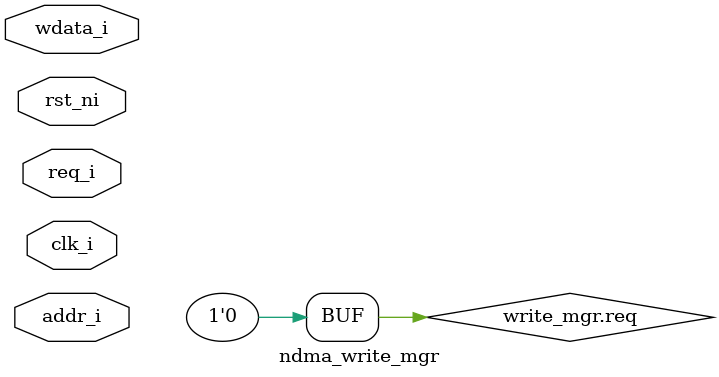
<source format=sv>
module ndma_write_mgr #()(
  input  logic        clk_i,
  input  logic        rst_ni,
  input  logic        req_i,
  input  logic [31:0] addr_i,
  input  logic [31:0] wdata_i,
  OBI_BUS.Manager     write_mgr
);

// sanity tieoff:

assign write_mgr.req = 0;

endmodule : ndma_write_mgr

</source>
